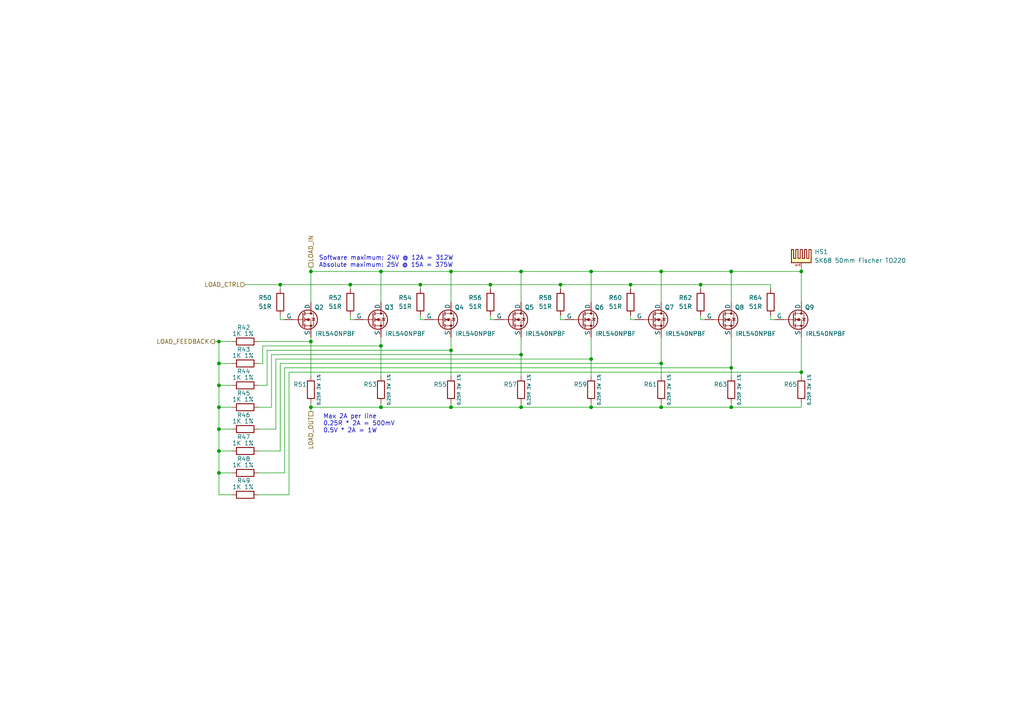
<source format=kicad_sch>
(kicad_sch (version 20250114) (generator "eeschema") (generator_version "9.0")
  (paper "A4")
  (lib_symbols
    (symbol "Device:R" (pin_numbers (hide yes)) (pin_names (offset 0))
      (property "Reference" "R" (at 2.032 0 90))
      (property "Value" "R" (at 0 0 90))
      (symbol "R_0_1"
        (rectangle (start -1.016 -2.54) (end 1.016 2.54) (stroke (width 0.254)))
      )
      (symbol "R_1_1"
        (pin passive line (at 0 3.81 270) (length 1.27) (name "~") (number "1"))
        (pin passive line (at 0 -3.81 90) (length 1.27) (name "~") (number "2"))
      )
    )
    (symbol "Mechanical:Heatsink_Pad" (pin_names (offset 0))
      (property "Reference" "HS" (at 0 5.715 0))
      (property "Value" "Heatsink_Pad" (at 0 3.81 0))
      (symbol "Heatsink_Pad_0_1"
        (polyline (pts (xy -0.3302 0) (xy -0.9652 0) (xy -0.9652 2.54) (xy -1.6002 2.54) (xy -1.6002 0) (xy -2.2352 0) (xy -2.2352 2.54) (xy -2.8702 2.54) (xy -2.8702 -1.27) (xy -0.9652 -1.27)) (stroke (width 0.254)) (fill (type background)))
        (polyline (pts (xy -0.3302 0) (xy -0.3302 2.54) (xy 0.3048 2.54) (xy 0.3048 0) (xy 0.9398 0) (xy 0.9398 2.54) (xy 1.5748 2.54) (xy 1.5748 0) (xy 2.2098 0) (xy 2.2098 2.54) (xy 2.8448 2.54) (xy 2.8448 -1.27) (xy -0.9652 -1.27)) (stroke (width 0.254)) (fill (type background)))
      )
      (symbol "Heatsink_Pad_1_1"
        (pin passive line (at 0 -2.54 90) (length 1.27) (name "~") (number "1"))
      )
    )
    (symbol "NMOS_1" (pin_numbers (hide yes)) (pin_names (offset 0))
      (property "Reference" "Q1" (at 3.556 3.556 0))
      (property "Value" "IRL540" (at 3.81 -4.064 0))
      (symbol "NMOS_1_0_1"
        (polyline (pts (xy 0.254 1.905) (xy 0.254 -1.905)) (stroke (width 0.254)))
        (polyline (pts (xy 0.254 0) (xy -2.54 0)))
        (polyline (pts (xy 0.762 2.286) (xy 0.762 1.27)) (stroke (width 0.254)))
        (polyline (pts (xy 0.762 0.508) (xy 0.762 -0.508)) (stroke (width 0.254)))
        (polyline (pts (xy 0.762 -1.27) (xy 0.762 -2.286)) (stroke (width 0.254)))
        (polyline (pts (xy 0.762 -1.778) (xy 3.302 -1.778) (xy 3.302 1.778) (xy 0.762 1.778)))
        (polyline (pts (xy 1.016 0) (xy 2.032 0.381) (xy 2.032 -0.381) (xy 1.016 0)) (fill (type outline)))
        (circle (center 1.651 0) (radius 2.794) (stroke (width 0.254)))
        (polyline (pts (xy 2.54 2.54) (xy 2.54 1.778)))
        (circle (center 2.54 1.778) (radius 0.254) (fill (type outline)))
        (circle (center 2.54 -1.778) (radius 0.254) (fill (type outline)))
        (polyline (pts (xy 2.54 -2.54) (xy 2.54 0) (xy 0.762 0)))
        (polyline (pts (xy 2.794 0.508) (xy 2.921 0.381) (xy 3.683 0.381) (xy 3.81 0.254)))
        (polyline (pts (xy 3.302 0.381) (xy 2.921 -0.254) (xy 3.683 -0.254) (xy 3.302 0.381)))
      )
      (symbol "NMOS_1_1_1"
        (pin input line (at -5.08 0 0) (length 2.54) (name "G") (number "1"))
        (pin passive line (at 2.54 5.08 270) (length 2.54) (name "D") (number "2"))
        (pin passive line (at 2.54 -5.08 90) (length 2.54) (name "S") (number "3"))
      )
    )
  )
  (text "Software maximum: 24V @ 12A = 312W\nAbsolute maximum: 25V @ 15A = 375W" (at 92.456 75.946 0) (effects (font (size 1.27 1.27)) (justify left)))
  (text "Max 2A per line\n0.25R * 2A = 500mV\n0.5V * 2A = 1W" (at 93.726 122.936 0) (effects (font (size 1.27 1.27)) (justify left)))
  (junction (at 110.49 118.11))
  (junction (at 151.13 102.87))
  (junction (at 151.13 118.11))
  (junction (at 130.81 118.11))
  (junction (at 110.49 78.74))
  (junction (at 142.24 82.55))
  (junction (at 191.77 78.74))
  (junction (at 191.77 118.11))
  (junction (at 63.5 105.41))
  (junction (at 90.17 99.06))
  (junction (at 110.49 100.33))
  (junction (at 130.81 101.6))
  (junction (at 63.5 130.81))
  (junction (at 171.45 78.74))
  (junction (at 90.17 118.11))
  (junction (at 232.41 107.95))
  (junction (at 191.77 105.41))
  (junction (at 182.88 82.55))
  (junction (at 130.81 78.74))
  (junction (at 203.2 82.55))
  (junction (at 63.5 137.16))
  (junction (at 101.6 82.55))
  (junction (at 212.09 106.68))
  (junction (at 171.45 118.11))
  (junction (at 151.13 78.74))
  (junction (at 63.5 99.06))
  (junction (at 90.17 78.74))
  (junction (at 63.5 118.11))
  (junction (at 63.5 111.76))
  (junction (at 171.45 104.14))
  (junction (at 81.28 82.55))
  (junction (at 212.09 118.11))
  (junction (at 162.56 82.55))
  (junction (at 212.09 78.74))
  (junction (at 121.92 82.55))
  (junction (at 232.41 78.74))
  (junction (at 63.5 124.46))
  (wire (pts (xy 151.13 97.79) (xy 151.13 102.87)))
  (wire (pts (xy 67.31 143.51) (xy 63.5 143.51)))
  (wire (pts (xy 191.77 118.11) (xy 212.09 118.11)))
  (wire (pts (xy 182.88 82.55) (xy 182.88 83.82)))
  (wire (pts (xy 121.92 91.44) (xy 121.92 92.71)))
  (wire (pts (xy 101.6 82.55) (xy 81.28 82.55)))
  (wire (pts (xy 110.49 118.11) (xy 130.81 118.11)))
  (wire (pts (xy 90.17 118.11) (xy 90.17 119.38)))
  (wire (pts (xy 142.24 82.55) (xy 121.92 82.55)))
  (wire (pts (xy 151.13 116.84) (xy 151.13 118.11)))
  (wire (pts (xy 77.47 101.6) (xy 77.47 111.76)))
  (wire (pts (xy 212.09 78.74) (xy 212.09 87.63)))
  (wire (pts (xy 151.13 118.11) (xy 171.45 118.11)))
  (wire (pts (xy 223.52 83.82) (xy 223.52 82.55)))
  (wire (pts (xy 81.28 92.71) (xy 82.55 92.71)))
  (wire (pts (xy 71.12 82.55) (xy 81.28 82.55)))
  (wire (pts (xy 82.55 137.16) (xy 74.93 137.16)))
  (wire (pts (xy 121.92 82.55) (xy 101.6 82.55)))
  (wire (pts (xy 162.56 91.44) (xy 162.56 92.71)))
  (wire (pts (xy 110.49 116.84) (xy 110.49 118.11)))
  (wire (pts (xy 80.01 124.46) (xy 74.93 124.46)))
  (wire (pts (xy 63.5 111.76) (xy 63.5 105.41)))
  (wire (pts (xy 191.77 105.41) (xy 191.77 109.22)))
  (wire (pts (xy 142.24 91.44) (xy 142.24 92.71)))
  (wire (pts (xy 77.47 111.76) (xy 74.93 111.76)))
  (wire (pts (xy 83.82 107.95) (xy 83.82 143.51)))
  (wire (pts (xy 130.81 101.6) (xy 77.47 101.6)))
  (wire (pts (xy 151.13 78.74) (xy 130.81 78.74)))
  (wire (pts (xy 63.5 137.16) (xy 63.5 130.81)))
  (wire (pts (xy 121.92 92.71) (xy 123.19 92.71)))
  (wire (pts (xy 232.41 97.79) (xy 232.41 107.95)))
  (wire (pts (xy 182.88 91.44) (xy 182.88 92.71)))
  (wire (pts (xy 63.5 99.06) (xy 67.31 99.06)))
  (wire (pts (xy 130.81 116.84) (xy 130.81 118.11)))
  (wire (pts (xy 223.52 91.44) (xy 223.52 92.71)))
  (wire (pts (xy 121.92 82.55) (xy 121.92 83.82)))
  (wire (pts (xy 171.45 116.84) (xy 171.45 118.11)))
  (wire (pts (xy 232.41 87.63) (xy 232.41 78.74)))
  (wire (pts (xy 212.09 97.79) (xy 212.09 106.68)))
  (wire (pts (xy 130.81 97.79) (xy 130.81 101.6)))
  (wire (pts (xy 101.6 82.55) (xy 101.6 83.82)))
  (wire (pts (xy 162.56 92.71) (xy 163.83 92.71)))
  (wire (pts (xy 171.45 97.79) (xy 171.45 104.14)))
  (wire (pts (xy 63.5 118.11) (xy 67.31 118.11)))
  (wire (pts (xy 191.77 116.84) (xy 191.77 118.11)))
  (wire (pts (xy 203.2 91.44) (xy 203.2 92.71)))
  (wire (pts (xy 62.23 99.06) (xy 63.5 99.06)))
  (wire (pts (xy 203.2 82.55) (xy 203.2 83.82)))
  (wire (pts (xy 142.24 83.82) (xy 142.24 82.55)))
  (wire (pts (xy 63.5 111.76) (xy 67.31 111.76)))
  (wire (pts (xy 63.5 118.11) (xy 63.5 111.76)))
  (wire (pts (xy 232.41 107.95) (xy 232.41 109.22)))
  (wire (pts (xy 171.45 104.14) (xy 80.01 104.14)))
  (wire (pts (xy 83.82 143.51) (xy 74.93 143.51)))
  (wire (pts (xy 78.74 118.11) (xy 74.93 118.11)))
  (wire (pts (xy 110.49 100.33) (xy 110.49 109.22)))
  (wire (pts (xy 63.5 105.41) (xy 67.31 105.41)))
  (wire (pts (xy 76.2 100.33) (xy 76.2 105.41)))
  (wire (pts (xy 63.5 105.41) (xy 63.5 99.06)))
  (wire (pts (xy 171.45 104.14) (xy 171.45 109.22)))
  (wire (pts (xy 90.17 78.74) (xy 90.17 87.63)))
  (wire (pts (xy 76.2 105.41) (xy 74.93 105.41)))
  (wire (pts (xy 151.13 102.87) (xy 78.74 102.87)))
  (wire (pts (xy 110.49 78.74) (xy 90.17 78.74)))
  (wire (pts (xy 90.17 118.11) (xy 110.49 118.11)))
  (wire (pts (xy 63.5 130.81) (xy 63.5 124.46)))
  (wire (pts (xy 80.01 104.14) (xy 80.01 124.46)))
  (wire (pts (xy 232.41 118.11) (xy 232.41 116.84)))
  (wire (pts (xy 232.41 78.74) (xy 212.09 78.74)))
  (wire (pts (xy 151.13 78.74) (xy 171.45 78.74)))
  (wire (pts (xy 142.24 82.55) (xy 162.56 82.55)))
  (wire (pts (xy 182.88 92.71) (xy 184.15 92.71)))
  (wire (pts (xy 151.13 102.87) (xy 151.13 109.22)))
  (wire (pts (xy 171.45 78.74) (xy 171.45 87.63)))
  (wire (pts (xy 130.81 78.74) (xy 130.81 87.63)))
  (wire (pts (xy 63.5 137.16) (xy 67.31 137.16)))
  (wire (pts (xy 203.2 82.55) (xy 182.88 82.55)))
  (wire (pts (xy 191.77 105.41) (xy 81.28 105.41)))
  (wire (pts (xy 63.5 124.46) (xy 67.31 124.46)))
  (wire (pts (xy 63.5 124.46) (xy 63.5 118.11)))
  (wire (pts (xy 191.77 97.79) (xy 191.77 105.41)))
  (wire (pts (xy 63.5 130.81) (xy 67.31 130.81)))
  (wire (pts (xy 90.17 97.79) (xy 90.17 99.06)))
  (wire (pts (xy 81.28 91.44) (xy 81.28 92.71)))
  (wire (pts (xy 212.09 106.68) (xy 212.09 109.22)))
  (wire (pts (xy 232.41 77.47) (xy 232.41 78.74)))
  (wire (pts (xy 74.93 99.06) (xy 90.17 99.06)))
  (wire (pts (xy 81.28 105.41) (xy 81.28 130.81)))
  (wire (pts (xy 101.6 91.44) (xy 101.6 92.71)))
  (wire (pts (xy 101.6 92.71) (xy 102.87 92.71)))
  (wire (pts (xy 81.28 130.81) (xy 74.93 130.81)))
  (wire (pts (xy 191.77 78.74) (xy 171.45 78.74)))
  (wire (pts (xy 130.81 101.6) (xy 130.81 109.22)))
  (wire (pts (xy 130.81 118.11) (xy 151.13 118.11)))
  (wire (pts (xy 90.17 77.47) (xy 90.17 78.74)))
  (wire (pts (xy 142.24 92.71) (xy 143.51 92.71)))
  (wire (pts (xy 203.2 92.71) (xy 204.47 92.71)))
  (wire (pts (xy 151.13 87.63) (xy 151.13 78.74)))
  (wire (pts (xy 110.49 97.79) (xy 110.49 100.33)))
  (wire (pts (xy 78.74 102.87) (xy 78.74 118.11)))
  (wire (pts (xy 212.09 118.11) (xy 232.41 118.11)))
  (wire (pts (xy 130.81 78.74) (xy 110.49 78.74)))
  (wire (pts (xy 212.09 78.74) (xy 191.77 78.74)))
  (wire (pts (xy 162.56 82.55) (xy 162.56 83.82)))
  (wire (pts (xy 171.45 118.11) (xy 191.77 118.11)))
  (wire (pts (xy 223.52 92.71) (xy 224.79 92.71)))
  (wire (pts (xy 212.09 116.84) (xy 212.09 118.11)))
  (wire (pts (xy 232.41 107.95) (xy 83.82 107.95)))
  (wire (pts (xy 212.09 106.68) (xy 82.55 106.68)))
  (wire (pts (xy 81.28 82.55) (xy 81.28 83.82)))
  (wire (pts (xy 90.17 116.84) (xy 90.17 118.11)))
  (wire (pts (xy 82.55 106.68) (xy 82.55 137.16)))
  (wire (pts (xy 223.52 82.55) (xy 203.2 82.55)))
  (wire (pts (xy 191.77 78.74) (xy 191.77 87.63)))
  (wire (pts (xy 63.5 143.51) (xy 63.5 137.16)))
  (wire (pts (xy 110.49 100.33) (xy 76.2 100.33)))
  (wire (pts (xy 90.17 99.06) (xy 90.17 109.22)))
  (wire (pts (xy 182.88 82.55) (xy 162.56 82.55)))
  (wire (pts (xy 110.49 78.74) (xy 110.49 87.63)))
  (hierarchical_label "LOAD_IN" (shape passive) (at 90.17 77.47 90))
  (hierarchical_label "LOAD_FEEDBACK" (shape output) (at 62.23 99.06 180))
  (hierarchical_label "LOAD_CTRL" (shape input) (at 71.12 82.55 180))
  (hierarchical_label "LOAD_OUT" (shape passive) (at 90.17 119.38 270))
  (symbol (lib_id "Device:R") (at 101.6 87.63 180) (unit 1)
    (property "Reference" "R52" (at 95.25 86.36 0) (effects (justify right)))
    (property "Value" "51R" (at 95.25 88.9 0) (effects (justify right)))
    (property "Footprint" "Resistor_SMD:R_0603_1608Metric" (effects (hide yes)))
    (property "Description" "Resistor" (effects (hide yes)))
    (property "LCSC Part #" "C2907181" (effects (hide yes)))
  )
  (symbol (lib_name "NMOS_1") (lib_id "Simulation_SPICE:NMOS") (at 229.87 92.71 0) (unit 1)
    (property "Reference" "Q9" (at 233.426 89.154 0) (effects (justify left)))
    (property "Value" "IRL540NPBF" (at 233.68 96.774 0) (effects (justify left)))
    (property "Footprint" "Package_TO_SOT_THT:TO-220-3_Vertical" (effects (hide yes)))
    (property "Datasheet" "\".\\datasheets\\IRL540NPBF.pdf\"" (effects (hide yes)))
    (property "Description" "N-MOSFET transistor, drain/source/gate" (effects (hide yes)))
    (property "Sim.Device" "NMOS" (effects (hide yes)))
    (property "Sim.Type" "VDMOS" (effects (hide yes)))
    (property "Sim.Pins" "1=D 2=G 3=S" (effects (hide yes)))
    (property "LCSC Part #" "C111607" (effects (hide yes)))
  )
  (symbol (lib_id "Device:R") (at 151.13 113.03 0) (unit 1)
    (property "Reference" "R57" (at 146.05 111.506 0) (effects (justify left)))
    (property "Value" "0.25R 3W 1%" (at 153.416 117.602 90) (effects (font (size 0.889 0.889)) (justify left)))
    (property "Footprint" "Resistor_SMD:R_2512_6332Metric" (effects (hide yes)))
    (property "Description" "Resistor" (effects (hide yes)))
    (property "LCSC Part #" "C46634463" (effects (hide yes)))
  )
  (symbol (lib_id "Device:R") (at 232.41 113.03 0) (unit 1)
    (property "Reference" "R65" (at 227.33 111.506 0) (effects (justify left)))
    (property "Value" "0.25R 3W 1%" (at 234.696 117.602 90) (effects (font (size 0.889 0.889)) (justify left)))
    (property "Footprint" "Resistor_SMD:R_2512_6332Metric" (effects (hide yes)))
    (property "Description" "Resistor" (effects (hide yes)))
    (property "LCSC Part #" "C46634463" (effects (hide yes)))
  )
  (symbol (lib_id "Device:R") (at 130.81 113.03 0) (unit 1)
    (property "Reference" "R55" (at 125.73 111.506 0) (effects (justify left)))
    (property "Value" "0.25R 3W 1%" (at 133.096 117.602 90) (effects (font (size 0.889 0.889)) (justify left)))
    (property "Footprint" "Resistor_SMD:R_2512_6332Metric" (effects (hide yes)))
    (property "Description" "Resistor" (effects (hide yes)))
    (property "LCSC Part #" "C46634463" (effects (hide yes)))
  )
  (symbol (lib_name "NMOS_1") (lib_id "Simulation_SPICE:NMOS") (at 189.23 92.71 0) (unit 1)
    (property "Reference" "Q7" (at 192.786 89.154 0) (effects (justify left)))
    (property "Value" "IRL540NPBF" (at 193.04 96.774 0) (effects (justify left)))
    (property "Footprint" "Package_TO_SOT_THT:TO-220-3_Vertical" (effects (hide yes)))
    (property "Datasheet" "\".\\datasheets\\IRL540NPBF.pdf\"" (effects (hide yes)))
    (property "Description" "N-MOSFET transistor, drain/source/gate" (effects (hide yes)))
    (property "Sim.Device" "NMOS" (effects (hide yes)))
    (property "Sim.Type" "VDMOS" (effects (hide yes)))
    (property "Sim.Pins" "1=D 2=G 3=S" (effects (hide yes)))
    (property "LCSC Part #" "C111607" (effects (hide yes)))
  )
  (symbol (lib_name "NMOS_1") (lib_id "Simulation_SPICE:NMOS") (at 87.63 92.71 0) (unit 1)
    (property "Reference" "Q2" (at 91.186 89.154 0) (effects (justify left)))
    (property "Value" "IRL540NPBF" (at 91.44 96.774 0) (effects (justify left)))
    (property "Footprint" "Package_TO_SOT_THT:TO-220-3_Vertical" (effects (hide yes)))
    (property "Datasheet" "\".\\datasheets\\IRL540NPBF.pdf\"" (effects (hide yes)))
    (property "Description" "N-MOSFET transistor, drain/source/gate" (effects (hide yes)))
    (property "Sim.Device" "NMOS" (effects (hide yes)))
    (property "Sim.Type" "VDMOS" (effects (hide yes)))
    (property "Sim.Pins" "1=D 2=G 3=S" (effects (hide yes)))
    (property "LCSC Part #" "C111607" (effects (hide yes)))
  )
  (symbol (lib_id "Device:R") (at 212.09 113.03 0) (unit 1)
    (property "Reference" "R63" (at 207.01 111.506 0) (effects (justify left)))
    (property "Value" "0.25R 3W 1%" (at 214.376 117.602 90) (effects (font (size 0.889 0.889)) (justify left)))
    (property "Footprint" "Resistor_SMD:R_2512_6332Metric" (effects (hide yes)))
    (property "Description" "Resistor" (effects (hide yes)))
    (property "LCSC Part #" "C46634463" (effects (hide yes)))
  )
  (symbol (lib_id "Device:R") (at 71.12 124.46 270) (unit 1)
    (property "Reference" "R46" (at 72.644 120.396 90) (effects (justify right)))
    (property "Value" "1K 1%" (at 73.66 122.174 90) (effects (justify right)))
    (property "Footprint" "Resistor_SMD:R_0603_1608Metric" (effects (hide yes)))
    (property "Description" "Resistor" (effects (hide yes)))
    (property "LCSC Part #" "C22548" (effects (hide yes)))
  )
  (symbol (lib_id "Device:R") (at 171.45 113.03 0) (unit 1)
    (property "Reference" "R59" (at 166.37 111.506 0) (effects (justify left)))
    (property "Value" "0.25R 3W 1%" (at 173.736 117.602 90) (effects (font (size 0.889 0.889)) (justify left)))
    (property "Footprint" "Resistor_SMD:R_2512_6332Metric" (effects (hide yes)))
    (property "Description" "Resistor" (effects (hide yes)))
    (property "LCSC Part #" "C46634463" (effects (hide yes)))
  )
  (symbol (lib_name "NMOS_1") (lib_id "Simulation_SPICE:NMOS") (at 107.95 92.71 0) (unit 1)
    (property "Reference" "Q3" (at 111.506 89.154 0) (effects (justify left)))
    (property "Value" "IRL540NPBF" (at 111.76 96.774 0) (effects (justify left)))
    (property "Footprint" "Package_TO_SOT_THT:TO-220-3_Vertical" (effects (hide yes)))
    (property "Datasheet" "\".\\datasheets\\IRL540NPBF.pdf\"" (effects (hide yes)))
    (property "Description" "N-MOSFET transistor, drain/source/gate" (effects (hide yes)))
    (property "Sim.Device" "NMOS" (effects (hide yes)))
    (property "Sim.Type" "VDMOS" (effects (hide yes)))
    (property "Sim.Pins" "1=D 2=G 3=S" (effects (hide yes)))
    (property "LCSC Part #" "C111607" (effects (hide yes)))
  )
  (symbol (lib_id "Device:R") (at 203.2 87.63 180) (unit 1)
    (property "Reference" "R62" (at 196.85 86.36 0) (effects (justify right)))
    (property "Value" "51R" (at 196.85 88.9 0) (effects (justify right)))
    (property "Footprint" "Resistor_SMD:R_0603_1608Metric" (effects (hide yes)))
    (property "Description" "Resistor" (effects (hide yes)))
    (property "LCSC Part #" "C2907181" (effects (hide yes)))
  )
  (symbol (lib_name "NMOS_1") (lib_id "Simulation_SPICE:NMOS") (at 209.55 92.71 0) (unit 1)
    (property "Reference" "Q8" (at 213.106 89.154 0) (effects (justify left)))
    (property "Value" "IRL540NPBF" (at 213.36 96.774 0) (effects (justify left)))
    (property "Footprint" "Package_TO_SOT_THT:TO-220-3_Vertical" (effects (hide yes)))
    (property "Datasheet" "\".\\datasheets\\IRL540NPBF.pdf\"" (effects (hide yes)))
    (property "Description" "N-MOSFET transistor, drain/source/gate" (effects (hide yes)))
    (property "Sim.Device" "NMOS" (effects (hide yes)))
    (property "Sim.Type" "VDMOS" (effects (hide yes)))
    (property "Sim.Pins" "1=D 2=G 3=S" (effects (hide yes)))
    (property "LCSC Part #" "C111607" (effects (hide yes)))
  )
  (symbol (lib_id "Device:R") (at 182.88 87.63 180) (unit 1)
    (property "Reference" "R60" (at 176.53 86.36 0) (effects (justify right)))
    (property "Value" "51R" (at 176.53 88.9 0) (effects (justify right)))
    (property "Footprint" "Resistor_SMD:R_0603_1608Metric" (effects (hide yes)))
    (property "Description" "Resistor" (effects (hide yes)))
    (property "LCSC Part #" "C2907181" (effects (hide yes)))
  )
  (symbol (lib_id "Device:R") (at 162.56 87.63 180) (unit 1)
    (property "Reference" "R58" (at 156.21 86.36 0) (effects (justify right)))
    (property "Value" "51R" (at 156.21 88.9 0) (effects (justify right)))
    (property "Footprint" "Resistor_SMD:R_0603_1608Metric" (effects (hide yes)))
    (property "Description" "Resistor" (effects (hide yes)))
    (property "LCSC Part #" "C2907181" (effects (hide yes)))
  )
  (symbol (lib_id "Device:R") (at 71.12 137.16 270) (unit 1)
    (property "Reference" "R48" (at 72.644 133.096 90) (effects (justify right)))
    (property "Value" "1K 1%" (at 73.66 134.874 90) (effects (justify right)))
    (property "Footprint" "Resistor_SMD:R_0603_1608Metric" (effects (hide yes)))
    (property "Description" "Resistor" (effects (hide yes)))
    (property "LCSC Part #" "C22548" (effects (hide yes)))
  )
  (symbol (lib_id "Device:R") (at 81.28 87.63 180) (unit 1)
    (property "Reference" "R50" (at 74.93 86.36 0) (effects (justify right)))
    (property "Value" "51R" (at 74.93 88.9 0) (effects (justify right)))
    (property "Footprint" "Resistor_SMD:R_0603_1608Metric" (effects (hide yes)))
    (property "Description" "Resistor" (effects (hide yes)))
    (property "LCSC Part #" "C2907181" (effects (hide yes)))
  )
  (symbol (lib_id "Device:R") (at 71.12 111.76 270) (unit 1)
    (property "Reference" "R44" (at 72.644 107.696 90) (effects (justify right)))
    (property "Value" "1K 1%" (at 73.66 109.474 90) (effects (justify right)))
    (property "Footprint" "Resistor_SMD:R_0603_1608Metric" (effects (hide yes)))
    (property "Description" "Resistor" (effects (hide yes)))
    (property "LCSC Part #" "C22548" (effects (hide yes)))
  )
  (symbol (lib_id "Device:R") (at 142.24 87.63 180) (unit 1)
    (property "Reference" "R56" (at 135.89 86.36 0) (effects (justify right)))
    (property "Value" "51R" (at 135.89 88.9 0) (effects (justify right)))
    (property "Footprint" "Resistor_SMD:R_0603_1608Metric" (effects (hide yes)))
    (property "Description" "Resistor" (effects (hide yes)))
    (property "LCSC Part #" "C2907181" (effects (hide yes)))
  )
  (symbol (lib_id "Device:R") (at 71.12 130.81 270) (unit 1)
    (property "Reference" "R47" (at 72.644 126.746 90) (effects (justify right)))
    (property "Value" "1K 1%" (at 73.66 128.524 90) (effects (justify right)))
    (property "Footprint" "Resistor_SMD:R_0603_1608Metric" (effects (hide yes)))
    (property "Description" "Resistor" (effects (hide yes)))
    (property "LCSC Part #" "C22548" (effects (hide yes)))
  )
  (symbol (lib_id "Device:R") (at 121.92 87.63 180) (unit 1)
    (property "Reference" "R54" (at 115.57 86.36 0) (effects (justify right)))
    (property "Value" "51R" (at 115.57 88.9 0) (effects (justify right)))
    (property "Footprint" "Resistor_SMD:R_0603_1608Metric" (effects (hide yes)))
    (property "Description" "Resistor" (effects (hide yes)))
    (property "LCSC Part #" "C2907181" (effects (hide yes)))
  )
  (symbol (lib_name "NMOS_1") (lib_id "Simulation_SPICE:NMOS") (at 168.91 92.71 0) (unit 1)
    (property "Reference" "Q6" (at 172.466 89.154 0) (effects (justify left)))
    (property "Value" "IRL540NPBF" (at 172.72 96.774 0) (effects (justify left)))
    (property "Footprint" "Package_TO_SOT_THT:TO-220-3_Vertical" (effects (hide yes)))
    (property "Datasheet" "\".\\datasheets\\IRL540NPBF.pdf\"" (effects (hide yes)))
    (property "Description" "N-MOSFET transistor, drain/source/gate" (effects (hide yes)))
    (property "Sim.Device" "NMOS" (effects (hide yes)))
    (property "Sim.Type" "VDMOS" (effects (hide yes)))
    (property "Sim.Pins" "1=D 2=G 3=S" (effects (hide yes)))
    (property "LCSC Part #" "C111607" (effects (hide yes)))
  )
  (symbol (lib_id "Device:R") (at 71.12 118.11 270) (unit 1)
    (property "Reference" "R45" (at 72.644 114.046 90) (effects (justify right)))
    (property "Value" "1K 1%" (at 73.66 115.824 90) (effects (justify right)))
    (property "Footprint" "Resistor_SMD:R_0603_1608Metric" (effects (hide yes)))
    (property "Description" "Resistor" (effects (hide yes)))
    (property "LCSC Part #" "C22548" (effects (hide yes)))
  )
  (symbol (lib_id "Device:R") (at 71.12 105.41 270) (unit 1)
    (property "Reference" "R43" (at 72.644 101.346 90) (effects (justify right)))
    (property "Value" "1K 1%" (at 73.66 103.124 90) (effects (justify right)))
    (property "Footprint" "Resistor_SMD:R_0603_1608Metric" (effects (hide yes)))
    (property "Description" "Resistor" (effects (hide yes)))
    (property "LCSC Part #" "C22548" (effects (hide yes)))
  )
  (symbol (lib_id "Device:R") (at 110.49 113.03 0) (unit 1)
    (property "Reference" "R53" (at 105.41 111.506 0) (effects (justify left)))
    (property "Value" "0.25R 3W 1%" (at 112.776 117.602 90) (effects (font (size 0.889 0.889)) (justify left)))
    (property "Footprint" "Resistor_SMD:R_2512_6332Metric" (effects (hide yes)))
    (property "Description" "Resistor" (effects (hide yes)))
    (property "LCSC Part #" "C46634463" (effects (hide yes)))
  )
  (symbol (lib_id "Device:R") (at 191.77 113.03 0) (unit 1)
    (property "Reference" "R61" (at 186.69 111.506 0) (effects (justify left)))
    (property "Value" "0.25R 3W 1%" (at 194.056 117.602 90) (effects (font (size 0.889 0.889)) (justify left)))
    (property "Footprint" "Resistor_SMD:R_2512_6332Metric" (effects (hide yes)))
    (property "Description" "Resistor" (effects (hide yes)))
    (property "LCSC Part #" "C46634463" (effects (hide yes)))
  )
  (symbol (lib_id "Device:R") (at 90.17 113.03 0) (unit 1)
    (property "Reference" "R51" (at 85.09 111.506 0) (effects (justify left)))
    (property "Value" "0.25R 3W 1%" (at 92.456 117.602 90) (effects (font (size 0.889 0.889)) (justify left)))
    (property "Footprint" "Resistor_SMD:R_2512_6332Metric" (effects (hide yes)))
    (property "Description" "Resistor" (effects (hide yes)))
    (property "LCSC Part #" "C46634463" (effects (hide yes)))
  )
  (symbol (lib_name "NMOS_1") (lib_id "Simulation_SPICE:NMOS") (at 128.27 92.71 0) (unit 1)
    (property "Reference" "Q4" (at 131.826 89.154 0) (effects (justify left)))
    (property "Value" "IRL540NPBF" (at 132.08 96.774 0) (effects (justify left)))
    (property "Footprint" "Package_TO_SOT_THT:TO-220-3_Vertical" (effects (hide yes)))
    (property "Datasheet" "\".\\datasheets\\IRL540NPBF.pdf\"" (effects (hide yes)))
    (property "Description" "N-MOSFET transistor, drain/source/gate" (effects (hide yes)))
    (property "Sim.Device" "NMOS" (effects (hide yes)))
    (property "Sim.Type" "VDMOS" (effects (hide yes)))
    (property "Sim.Pins" "1=D 2=G 3=S" (effects (hide yes)))
    (property "LCSC Part #" "C111607" (effects (hide yes)))
  )
  (symbol (lib_id "Device:R") (at 71.12 143.51 270) (unit 1)
    (property "Reference" "R49" (at 72.644 139.446 90) (effects (justify right)))
    (property "Value" "1K 1%" (at 73.66 141.224 90) (effects (justify right)))
    (property "Footprint" "Resistor_SMD:R_0603_1608Metric" (effects (hide yes)))
    (property "Description" "Resistor" (effects (hide yes)))
    (property "LCSC Part #" "C22548" (effects (hide yes)))
  )
  (symbol (lib_id "Mechanical:Heatsink_Pad") (at 232.41 74.93 0) (unit 1)
    (property "Reference" "HS1" (at 236.22 73.0249 0) (effects (justify left)))
    (property "Value" "SK68 50mm Fischer TO220" (at 236.22 75.5649 0) (effects (justify left)))
    (property "Footprint" "Library:Heatsink" (effects (hide yes)))
    (property "Datasheet" "\".\\datasheets\\SK68 50mm Fischer TO220.pdf\"" (effects (hide yes)))
    (property "Description" "Heatsink with electrical connection, 1 pin" (effects (hide yes)))
    (property "LCSC Part #" "https://www.tme.com/us/en-us/details/sk68-50sa/heatsinks/fischer-elektronik/" (effects (hide yes)))
  )
  (symbol (lib_name "NMOS_1") (lib_id "Simulation_SPICE:NMOS") (at 148.59 92.71 0) (unit 1)
    (property "Reference" "Q5" (at 152.146 89.154 0) (effects (justify left)))
    (property "Value" "IRL540NPBF" (at 152.4 96.774 0) (effects (justify left)))
    (property "Footprint" "Package_TO_SOT_THT:TO-220-3_Vertical" (effects (hide yes)))
    (property "Datasheet" "\".\\datasheets\\IRL540NPBF.pdf\"" (effects (hide yes)))
    (property "Description" "N-MOSFET transistor, drain/source/gate" (effects (hide yes)))
    (property "Sim.Device" "NMOS" (effects (hide yes)))
    (property "Sim.Type" "VDMOS" (effects (hide yes)))
    (property "Sim.Pins" "1=D 2=G 3=S" (effects (hide yes)))
    (property "LCSC Part #" "C111607" (effects (hide yes)))
  )
  (symbol (lib_id "Device:R") (at 223.52 87.63 180) (unit 1)
    (property "Reference" "R64" (at 217.17 86.36 0) (effects (justify right)))
    (property "Value" "51R" (at 217.17 88.9 0) (effects (justify right)))
    (property "Footprint" "Resistor_SMD:R_0603_1608Metric" (effects (hide yes)))
    (property "Description" "Resistor" (effects (hide yes)))
    (property "LCSC Part #" "C2907181" (effects (hide yes)))
  )
  (symbol (lib_id "Device:R") (at 71.12 99.06 270) (unit 1)
    (property "Reference" "R42" (at 72.644 94.996 90) (effects (justify right)))
    (property "Value" "1K 1%" (at 73.66 96.774 90) (effects (justify right)))
    (property "Footprint" "Resistor_SMD:R_0603_1608Metric" (effects (hide yes)))
    (property "Description" "Resistor" (effects (hide yes)))
    (property "LCSC Part #" "C22548" (effects (hide yes)))
  )
)
</source>
